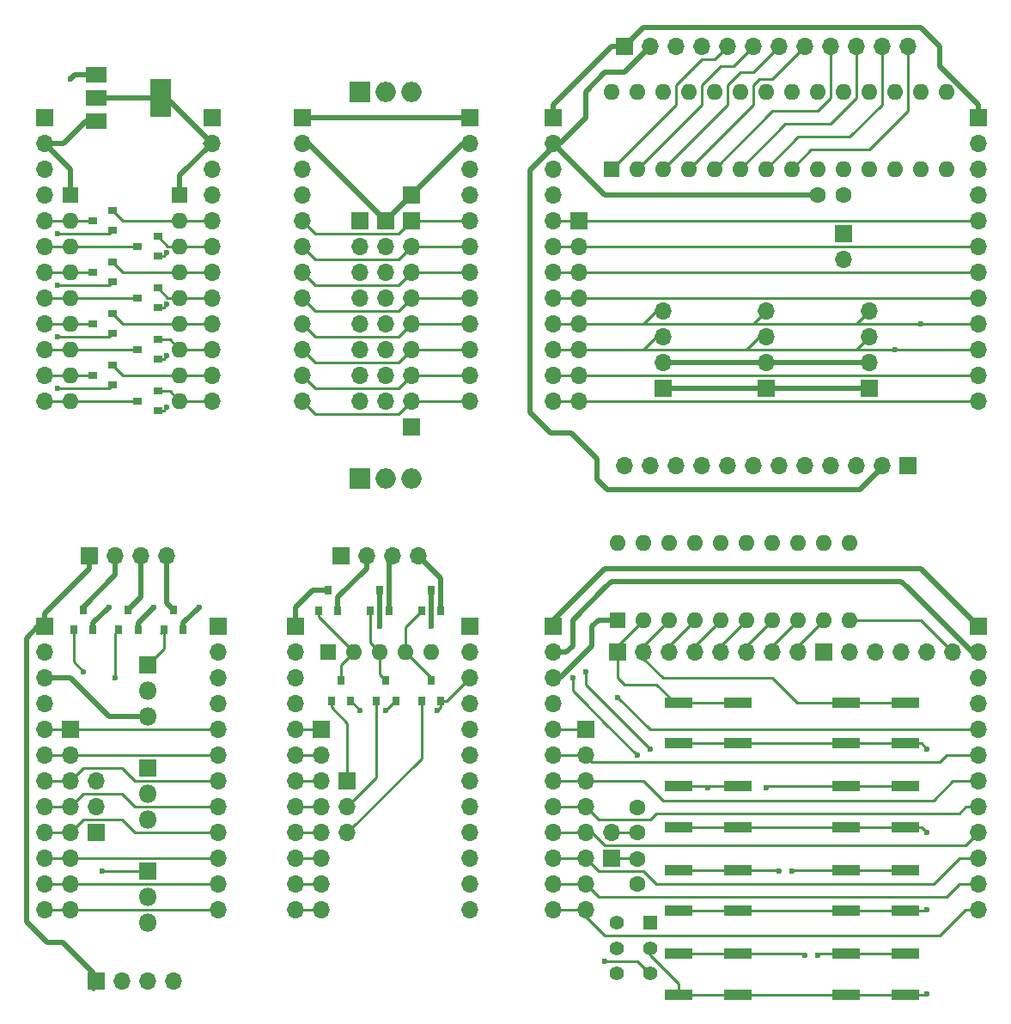
<source format=gbr>
G04 #@! TF.FileFunction,Copper,L1,Top,Signal*
%FSLAX46Y46*%
G04 Gerber Fmt 4.6, Leading zero omitted, Abs format (unit mm)*
G04 Created by KiCad (PCBNEW 4.0.7+dfsg1-1~bpo9+1) date Wed May  2 15:36:30 2018*
%MOMM*%
%LPD*%
G01*
G04 APERTURE LIST*
%ADD10C,0.100000*%
%ADD11R,1.700000X1.700000*%
%ADD12O,1.700000X1.700000*%
%ADD13R,1.600000X1.600000*%
%ADD14O,1.600000X1.600000*%
%ADD15C,1.600000*%
%ADD16R,2.750000X1.000000*%
%ADD17R,1.400000X1.400000*%
%ADD18C,1.400000*%
%ADD19R,2.000000X3.800000*%
%ADD20R,2.000000X1.500000*%
%ADD21R,0.900000X0.800000*%
%ADD22O,1.998980X1.998980*%
%ADD23R,1.998980X1.998980*%
%ADD24R,0.800000X0.900000*%
%ADD25R,1.800000X1.800000*%
%ADD26O,1.800000X1.800000*%
%ADD27C,0.600000*%
%ADD28C,0.500000*%
%ADD29C,0.250000*%
G04 APERTURE END LIST*
D10*
D11*
X135255000Y-86360000D03*
D12*
X137795000Y-86360000D03*
X140335000Y-86360000D03*
X142875000Y-86360000D03*
X145415000Y-86360000D03*
X147955000Y-86360000D03*
X150495000Y-86360000D03*
X153035000Y-86360000D03*
X155575000Y-86360000D03*
X158115000Y-86360000D03*
X160655000Y-86360000D03*
X163195000Y-86360000D03*
D13*
X133985000Y-98425000D03*
D14*
X167005000Y-90805000D03*
X136525000Y-98425000D03*
X164465000Y-90805000D03*
X139065000Y-98425000D03*
X161925000Y-90805000D03*
X141605000Y-98425000D03*
X159385000Y-90805000D03*
X144145000Y-98425000D03*
X156845000Y-90805000D03*
X146685000Y-98425000D03*
X154305000Y-90805000D03*
X149225000Y-98425000D03*
X151765000Y-90805000D03*
X151765000Y-98425000D03*
X149225000Y-90805000D03*
X154305000Y-98425000D03*
X146685000Y-90805000D03*
X156845000Y-98425000D03*
X144145000Y-90805000D03*
X159385000Y-98425000D03*
X141605000Y-90805000D03*
X161925000Y-98425000D03*
X139065000Y-90805000D03*
X164465000Y-98425000D03*
X136525000Y-90805000D03*
X167005000Y-98425000D03*
X133985000Y-90805000D03*
D11*
X163195000Y-127635000D03*
D12*
X160655000Y-127635000D03*
X158115000Y-127635000D03*
X155575000Y-127635000D03*
X153035000Y-127635000D03*
X150495000Y-127635000D03*
X147955000Y-127635000D03*
X145415000Y-127635000D03*
X142875000Y-127635000D03*
X140335000Y-127635000D03*
X137795000Y-127635000D03*
X135255000Y-127635000D03*
D11*
X130810000Y-103505000D03*
D12*
X130810000Y-106045000D03*
X130810000Y-108585000D03*
X130810000Y-111125000D03*
X130810000Y-113665000D03*
X130810000Y-116205000D03*
X130810000Y-118745000D03*
X130810000Y-121285000D03*
D11*
X159385000Y-120015000D03*
D12*
X159385000Y-117475000D03*
X159385000Y-114935000D03*
X159385000Y-112395000D03*
D11*
X170180000Y-93345000D03*
D12*
X170180000Y-95885000D03*
X170180000Y-98425000D03*
X170180000Y-100965000D03*
X170180000Y-103505000D03*
X170180000Y-106045000D03*
X170180000Y-108585000D03*
X170180000Y-111125000D03*
X170180000Y-113665000D03*
X170180000Y-116205000D03*
X170180000Y-118745000D03*
X170180000Y-121285000D03*
D11*
X128270000Y-93345000D03*
D12*
X128270000Y-95885000D03*
X128270000Y-98425000D03*
X128270000Y-100965000D03*
X128270000Y-103505000D03*
X128270000Y-106045000D03*
X128270000Y-108585000D03*
X128270000Y-111125000D03*
X128270000Y-113665000D03*
X128270000Y-116205000D03*
X128270000Y-118745000D03*
X128270000Y-121285000D03*
D15*
X156845000Y-100965000D03*
X154345000Y-100965000D03*
D11*
X156845000Y-104775000D03*
D12*
X156845000Y-107315000D03*
D11*
X139065000Y-120015000D03*
D12*
X139065000Y-117475000D03*
X139065000Y-114935000D03*
X139065000Y-112395000D03*
D11*
X149225000Y-120015000D03*
D12*
X149225000Y-117475000D03*
X149225000Y-114935000D03*
X149225000Y-112395000D03*
D13*
X134620000Y-142875000D03*
D14*
X157480000Y-135255000D03*
X137160000Y-142875000D03*
X154940000Y-135255000D03*
X139700000Y-142875000D03*
X152400000Y-135255000D03*
X142240000Y-142875000D03*
X149860000Y-135255000D03*
X144780000Y-142875000D03*
X147320000Y-135255000D03*
X147320000Y-142875000D03*
X144780000Y-135255000D03*
X149860000Y-142875000D03*
X142240000Y-135255000D03*
X152400000Y-142875000D03*
X139700000Y-135255000D03*
X154940000Y-142875000D03*
X137160000Y-135255000D03*
X157480000Y-142875000D03*
X134620000Y-135255000D03*
D11*
X128270000Y-143510000D03*
D12*
X128270000Y-146050000D03*
X128270000Y-148590000D03*
X128270000Y-151130000D03*
X128270000Y-153670000D03*
X128270000Y-156210000D03*
X128270000Y-158750000D03*
X128270000Y-161290000D03*
X128270000Y-163830000D03*
X128270000Y-166370000D03*
X128270000Y-168910000D03*
X128270000Y-171450000D03*
D11*
X170180000Y-143510000D03*
D12*
X170180000Y-146050000D03*
X170180000Y-148590000D03*
X170180000Y-151130000D03*
X170180000Y-153670000D03*
X170180000Y-156210000D03*
X170180000Y-158750000D03*
X170180000Y-161290000D03*
X170180000Y-163830000D03*
X170180000Y-166370000D03*
X170180000Y-168910000D03*
X170180000Y-171450000D03*
D11*
X131445000Y-153670000D03*
D12*
X131445000Y-156210000D03*
X131445000Y-158750000D03*
X131445000Y-161290000D03*
X131445000Y-163830000D03*
X131445000Y-166370000D03*
X131445000Y-168910000D03*
X131445000Y-171450000D03*
D11*
X133985000Y-166370000D03*
D12*
X133985000Y-163830000D03*
D11*
X134620000Y-146050000D03*
D12*
X137160000Y-146050000D03*
X139700000Y-146050000D03*
X142240000Y-146050000D03*
X144780000Y-146050000D03*
X147320000Y-146050000D03*
X149860000Y-146050000D03*
X152400000Y-146050000D03*
D11*
X154940000Y-146050000D03*
D12*
X157480000Y-146050000D03*
X160020000Y-146050000D03*
X162560000Y-146050000D03*
X165100000Y-146050000D03*
X167640000Y-146050000D03*
D16*
X162900000Y-151035000D03*
X157140000Y-151035000D03*
X157140000Y-155035000D03*
X162900000Y-155035000D03*
X146390000Y-151035000D03*
X140630000Y-151035000D03*
X140630000Y-155035000D03*
X146390000Y-155035000D03*
X146390000Y-159290000D03*
X140630000Y-159290000D03*
X140630000Y-163290000D03*
X146390000Y-163290000D03*
X162900000Y-159290000D03*
X157140000Y-159290000D03*
X157140000Y-163290000D03*
X162900000Y-163290000D03*
X146390000Y-167545000D03*
X140630000Y-167545000D03*
X140630000Y-171545000D03*
X146390000Y-171545000D03*
X162900000Y-167545000D03*
X157140000Y-167545000D03*
X157140000Y-171545000D03*
X162900000Y-171545000D03*
X146390000Y-175800000D03*
X140630000Y-175800000D03*
X140630000Y-179800000D03*
X146390000Y-179800000D03*
X162900000Y-175800000D03*
X157140000Y-175800000D03*
X157140000Y-179800000D03*
X162900000Y-179800000D03*
D15*
X136525000Y-168910000D03*
X136525000Y-166410000D03*
X136525000Y-163830000D03*
X136525000Y-161330000D03*
D17*
X137795000Y-172720000D03*
D18*
X137795000Y-175220000D03*
X137795000Y-177720000D03*
X134495000Y-172720000D03*
X134495000Y-175220000D03*
X134495000Y-177720000D03*
D11*
X78105000Y-93345000D03*
D12*
X78105000Y-95885000D03*
X78105000Y-98425000D03*
X78105000Y-100965000D03*
X78105000Y-103505000D03*
X78105000Y-106045000D03*
X78105000Y-108585000D03*
X78105000Y-111125000D03*
X78105000Y-113665000D03*
X78105000Y-116205000D03*
X78105000Y-118745000D03*
X78105000Y-121285000D03*
D11*
X94615000Y-93345000D03*
D12*
X94615000Y-95885000D03*
X94615000Y-98425000D03*
X94615000Y-100965000D03*
X94615000Y-103505000D03*
X94615000Y-106045000D03*
X94615000Y-108585000D03*
X94615000Y-111125000D03*
X94615000Y-113665000D03*
X94615000Y-116205000D03*
X94615000Y-118745000D03*
X94615000Y-121285000D03*
D19*
X89510000Y-91440000D03*
D20*
X83210000Y-91440000D03*
X83210000Y-93740000D03*
X83210000Y-89140000D03*
D13*
X91440000Y-100965000D03*
D14*
X91440000Y-103505000D03*
X91440000Y-106045000D03*
X91440000Y-108585000D03*
X91440000Y-111125000D03*
X91440000Y-113665000D03*
X91440000Y-116205000D03*
X91440000Y-118745000D03*
X91440000Y-121285000D03*
D21*
X84820000Y-104455000D03*
X84820000Y-102555000D03*
X82820000Y-103505000D03*
X89265000Y-106995000D03*
X89265000Y-105095000D03*
X87265000Y-106045000D03*
X84820000Y-109535000D03*
X84820000Y-107635000D03*
X82820000Y-108585000D03*
X89265000Y-112075000D03*
X89265000Y-110175000D03*
X87265000Y-111125000D03*
X84820000Y-114615000D03*
X84820000Y-112715000D03*
X82820000Y-113665000D03*
X89265000Y-117155000D03*
X89265000Y-115255000D03*
X87265000Y-116205000D03*
X84820000Y-119695000D03*
X84820000Y-117795000D03*
X82820000Y-118745000D03*
X89265000Y-122235000D03*
X89265000Y-120335000D03*
X87265000Y-121285000D03*
D11*
X114300000Y-103505000D03*
D12*
X114300000Y-106045000D03*
X114300000Y-108585000D03*
X114300000Y-111125000D03*
X114300000Y-113665000D03*
X114300000Y-116205000D03*
X114300000Y-118745000D03*
X114300000Y-121285000D03*
D11*
X109220000Y-103505000D03*
D12*
X109220000Y-106045000D03*
X109220000Y-108585000D03*
X109220000Y-111125000D03*
X109220000Y-113665000D03*
X109220000Y-116205000D03*
X109220000Y-118745000D03*
X109220000Y-121285000D03*
D11*
X111760000Y-103505000D03*
D12*
X111760000Y-106045000D03*
X111760000Y-108585000D03*
X111760000Y-111125000D03*
X111760000Y-113665000D03*
X111760000Y-116205000D03*
X111760000Y-118745000D03*
X111760000Y-121285000D03*
D11*
X103505000Y-93345000D03*
D12*
X103505000Y-95885000D03*
X103505000Y-98425000D03*
X103505000Y-100965000D03*
X103505000Y-103505000D03*
X103505000Y-106045000D03*
X103505000Y-108585000D03*
X103505000Y-111125000D03*
X103505000Y-113665000D03*
X103505000Y-116205000D03*
X103505000Y-118745000D03*
X103505000Y-121285000D03*
D11*
X120015000Y-93345000D03*
D12*
X120015000Y-95885000D03*
X120015000Y-98425000D03*
X120015000Y-100965000D03*
X120015000Y-103505000D03*
X120015000Y-106045000D03*
X120015000Y-108585000D03*
X120015000Y-111125000D03*
X120015000Y-113665000D03*
X120015000Y-116205000D03*
X120015000Y-118745000D03*
X120015000Y-121285000D03*
D13*
X80645000Y-100965000D03*
D14*
X80645000Y-103505000D03*
X80645000Y-106045000D03*
X80645000Y-108585000D03*
X80645000Y-111125000D03*
X80645000Y-113665000D03*
X80645000Y-116205000D03*
X80645000Y-118745000D03*
X80645000Y-121285000D03*
D22*
X114300000Y-128905000D03*
D23*
X109220000Y-128905000D03*
D22*
X111760000Y-128905000D03*
D11*
X114300000Y-123825000D03*
X114300000Y-100965000D03*
D22*
X114300000Y-90805000D03*
D23*
X109220000Y-90805000D03*
D22*
X111760000Y-90805000D03*
D24*
X105095000Y-141970000D03*
X106995000Y-141970000D03*
X106045000Y-139970000D03*
D11*
X83185000Y-163830000D03*
D12*
X83185000Y-161290000D03*
X83185000Y-158750000D03*
D11*
X78105000Y-143510000D03*
D12*
X78105000Y-146050000D03*
X78105000Y-148590000D03*
X78105000Y-151130000D03*
X78105000Y-153670000D03*
X78105000Y-156210000D03*
X78105000Y-158750000D03*
X78105000Y-161290000D03*
X78105000Y-163830000D03*
X78105000Y-166370000D03*
X78105000Y-168910000D03*
X78105000Y-171450000D03*
D11*
X102870000Y-143510000D03*
D12*
X102870000Y-146050000D03*
X102870000Y-148590000D03*
X102870000Y-151130000D03*
X102870000Y-153670000D03*
X102870000Y-156210000D03*
X102870000Y-158750000D03*
X102870000Y-161290000D03*
X102870000Y-163830000D03*
X102870000Y-166370000D03*
X102870000Y-168910000D03*
X102870000Y-171450000D03*
D11*
X95250000Y-143510000D03*
D12*
X95250000Y-146050000D03*
X95250000Y-148590000D03*
X95250000Y-151130000D03*
X95250000Y-153670000D03*
X95250000Y-156210000D03*
X95250000Y-158750000D03*
X95250000Y-161290000D03*
X95250000Y-163830000D03*
X95250000Y-166370000D03*
X95250000Y-168910000D03*
X95250000Y-171450000D03*
D11*
X120015000Y-143510000D03*
D12*
X120015000Y-146050000D03*
X120015000Y-148590000D03*
X120015000Y-151130000D03*
X120015000Y-153670000D03*
X120015000Y-156210000D03*
X120015000Y-158750000D03*
X120015000Y-161290000D03*
X120015000Y-163830000D03*
X120015000Y-166370000D03*
X120015000Y-168910000D03*
X120015000Y-171450000D03*
D11*
X82550000Y-136525000D03*
D12*
X85090000Y-136525000D03*
X87630000Y-136525000D03*
X90170000Y-136525000D03*
D11*
X80645000Y-153670000D03*
D12*
X80645000Y-156210000D03*
X80645000Y-158750000D03*
X80645000Y-161290000D03*
X80645000Y-163830000D03*
X80645000Y-166370000D03*
X80645000Y-168910000D03*
X80645000Y-171450000D03*
D24*
X89855000Y-143875000D03*
X91755000Y-143875000D03*
X90805000Y-141875000D03*
X85410000Y-143875000D03*
X87310000Y-143875000D03*
X86360000Y-141875000D03*
X80965000Y-143875000D03*
X82865000Y-143875000D03*
X81915000Y-141875000D03*
D25*
X88265000Y-147320000D03*
D26*
X88265000Y-149860000D03*
X88265000Y-152400000D03*
D25*
X88265000Y-157480000D03*
D26*
X88265000Y-160020000D03*
X88265000Y-162560000D03*
D25*
X88265000Y-167640000D03*
D26*
X88265000Y-170180000D03*
X88265000Y-172720000D03*
D11*
X83185000Y-178435000D03*
D12*
X85725000Y-178435000D03*
X88265000Y-178435000D03*
X90805000Y-178435000D03*
D11*
X105410000Y-153670000D03*
D12*
X105410000Y-156210000D03*
X105410000Y-158750000D03*
X105410000Y-161290000D03*
X105410000Y-163830000D03*
X105410000Y-166370000D03*
X105410000Y-168910000D03*
X105410000Y-171450000D03*
D11*
X107950000Y-158750000D03*
D12*
X107950000Y-161290000D03*
X107950000Y-163830000D03*
D11*
X107315000Y-136525000D03*
D12*
X109855000Y-136525000D03*
X112395000Y-136525000D03*
X114935000Y-136525000D03*
D24*
X110175000Y-141970000D03*
X112075000Y-141970000D03*
X111125000Y-139970000D03*
X115255000Y-141970000D03*
X117155000Y-141970000D03*
X116205000Y-139970000D03*
D13*
X106045000Y-146050000D03*
D14*
X108585000Y-146050000D03*
X111125000Y-146050000D03*
X113665000Y-146050000D03*
X116205000Y-146050000D03*
D24*
X106365000Y-150860000D03*
X108265000Y-150860000D03*
X107315000Y-148860000D03*
X110810000Y-150860000D03*
X112710000Y-150860000D03*
X111760000Y-148860000D03*
X115255000Y-150860000D03*
X117155000Y-150860000D03*
X116205000Y-148860000D03*
D27*
X144780000Y-139065000D03*
X164465000Y-113665000D03*
X161925000Y-116205000D03*
X85090000Y-148590000D03*
X150368000Y-128016000D03*
X80645000Y-89535000D03*
X93345000Y-141605000D03*
X88900000Y-141605000D03*
X84455000Y-141605000D03*
X81915000Y-147955000D03*
X83820000Y-167640000D03*
X143510000Y-159385000D03*
X149225000Y-159385000D03*
X150495000Y-167640000D03*
X151765000Y-167640000D03*
X153035000Y-175895000D03*
X154305000Y-175895000D03*
X165100000Y-155575000D03*
X165100000Y-163830000D03*
X165100000Y-171450000D03*
X165100000Y-179705000D03*
X134620000Y-150495000D03*
X131445000Y-147955000D03*
X137795000Y-155575000D03*
X133350000Y-176530000D03*
X130175000Y-148590000D03*
X136525000Y-156210000D03*
X90170000Y-106680000D03*
X90170000Y-111760000D03*
X90170000Y-116840000D03*
X90170000Y-121920000D03*
X79375000Y-104775000D03*
X79375000Y-109855000D03*
X79375000Y-114935000D03*
X79375000Y-120015000D03*
X116205000Y-143510000D03*
X111125000Y-143510000D03*
X111760000Y-151765000D03*
X116840000Y-151765000D03*
X109220000Y-151765000D03*
D28*
X135255000Y-86360000D02*
X137160000Y-84455000D01*
X170180000Y-92075000D02*
X170180000Y-93345000D01*
X166370000Y-88265000D02*
X170180000Y-92075000D01*
X166370000Y-86360000D02*
X166370000Y-88265000D01*
X164465000Y-84455000D02*
X166370000Y-86360000D01*
X137160000Y-84455000D02*
X164465000Y-84455000D01*
X128270000Y-93345000D02*
X128270000Y-92075000D01*
X133985000Y-86360000D02*
X135255000Y-86360000D01*
X128270000Y-92075000D02*
X133985000Y-86360000D01*
X128270000Y-143510000D02*
X128270000Y-142875000D01*
X128270000Y-142875000D02*
X133350000Y-137795000D01*
X164465000Y-137795000D02*
X170180000Y-143510000D01*
X133350000Y-137795000D02*
X164465000Y-137795000D01*
X78105000Y-143510000D02*
X78105000Y-142240000D01*
X82550000Y-137795000D02*
X82550000Y-136525000D01*
X78105000Y-142240000D02*
X82550000Y-137795000D01*
X78105000Y-143510000D02*
X77470000Y-143510000D01*
X77470000Y-143510000D02*
X76327000Y-144653000D01*
X76327000Y-144653000D02*
X76327000Y-172593000D01*
X76327000Y-172593000D02*
X78359000Y-174625000D01*
X78359000Y-174625000D02*
X79883000Y-174625000D01*
X79883000Y-174625000D02*
X82931000Y-177673000D01*
X82931000Y-177673000D02*
X82931000Y-179197000D01*
X159385000Y-117475000D02*
X158115000Y-117475000D01*
X158115000Y-117475000D02*
X156845000Y-117475000D01*
X149225000Y-117475000D02*
X156845000Y-117475000D01*
X139065000Y-117475000D02*
X156845000Y-117475000D01*
X154345000Y-100965000D02*
X133350000Y-100965000D01*
X133350000Y-100965000D02*
X128270000Y-95885000D01*
X128270000Y-95885000D02*
X128905000Y-95885000D01*
X128905000Y-95885000D02*
X131445000Y-93345000D01*
X135255000Y-88900000D02*
X137795000Y-86360000D01*
X133350000Y-88900000D02*
X135255000Y-88900000D01*
X131445000Y-90805000D02*
X133350000Y-88900000D01*
X131445000Y-93345000D02*
X131445000Y-90805000D01*
X128270000Y-95885000D02*
X128270000Y-96266000D01*
X128270000Y-96266000D02*
X125984000Y-98552000D01*
X158496000Y-130048000D02*
X160528000Y-128016000D01*
X133604000Y-130048000D02*
X158496000Y-130048000D01*
X132588000Y-129032000D02*
X133604000Y-130048000D01*
X132588000Y-127000000D02*
X132588000Y-129032000D01*
X125984000Y-98552000D02*
X125984000Y-122428000D01*
X130048000Y-124460000D02*
X132588000Y-127000000D01*
X128016000Y-124460000D02*
X130048000Y-124460000D01*
X125984000Y-122428000D02*
X128016000Y-124460000D01*
X144780000Y-139065000D02*
X162560000Y-139065000D01*
X162560000Y-139065000D02*
X163195000Y-139700000D01*
X133350000Y-139700000D02*
X133985000Y-139065000D01*
X133985000Y-139065000D02*
X144780000Y-139065000D01*
X130175000Y-144145000D02*
X130175000Y-142875000D01*
X130175000Y-142875000D02*
X133350000Y-139700000D01*
X170180000Y-146050000D02*
X169545000Y-146050000D01*
X169545000Y-146050000D02*
X163195000Y-139700000D01*
X130175000Y-144145000D02*
X130175000Y-145415000D01*
X130175000Y-145415000D02*
X129540000Y-146050000D01*
X129540000Y-146050000D02*
X128270000Y-146050000D01*
D29*
X148590000Y-103505000D02*
X170180000Y-103505000D01*
X130810000Y-103505000D02*
X148590000Y-103505000D01*
X130810000Y-103505000D02*
X128270000Y-103505000D01*
X82820000Y-103505000D02*
X80645000Y-103505000D01*
X81280000Y-103505000D02*
X78105000Y-103505000D01*
X78105000Y-103505000D02*
X78375000Y-103505000D01*
X78105000Y-103505000D02*
X78105000Y-103140000D01*
X80645000Y-153670000D02*
X95250000Y-153670000D01*
X78105000Y-153670000D02*
X80645000Y-153670000D01*
X170180000Y-106045000D02*
X128270000Y-106045000D01*
X128270000Y-106045000D02*
X130810000Y-106045000D01*
X80645000Y-106045000D02*
X87265000Y-106045000D01*
X78105000Y-106045000D02*
X81280000Y-106045000D01*
X80645000Y-156210000D02*
X95250000Y-156210000D01*
X78105000Y-156210000D02*
X80645000Y-156210000D01*
X170180000Y-108585000D02*
X128270000Y-108585000D01*
X128270000Y-108585000D02*
X130810000Y-108585000D01*
X80645000Y-108585000D02*
X82820000Y-108585000D01*
X81280000Y-108585000D02*
X78105000Y-108585000D01*
X95250000Y-158750000D02*
X86995000Y-158750000D01*
X86995000Y-158750000D02*
X85725000Y-157480000D01*
X80645000Y-158750000D02*
X81915000Y-157480000D01*
X81915000Y-157480000D02*
X85725000Y-157480000D01*
X78105000Y-158750000D02*
X80645000Y-158750000D01*
X128270000Y-111125000D02*
X170180000Y-111125000D01*
X128270000Y-111125000D02*
X130810000Y-111125000D01*
X80645000Y-111125000D02*
X87265000Y-111125000D01*
X78105000Y-111125000D02*
X81280000Y-111125000D01*
X78105000Y-111125000D02*
X78740000Y-111125000D01*
X95250000Y-161290000D02*
X86995000Y-161290000D01*
X86995000Y-161290000D02*
X85725000Y-160020000D01*
X80645000Y-161290000D02*
X81915000Y-160020000D01*
X81915000Y-160020000D02*
X85725000Y-160020000D01*
X78105000Y-161290000D02*
X80645000Y-161290000D01*
X159385000Y-112395000D02*
X158115000Y-113665000D01*
X149225000Y-112395000D02*
X147955000Y-113665000D01*
X147955000Y-113665000D02*
X147320000Y-113665000D01*
X139065000Y-112395000D02*
X138430000Y-112395000D01*
X138430000Y-112395000D02*
X137160000Y-113665000D01*
X170180000Y-113665000D02*
X164465000Y-113665000D01*
X164465000Y-113665000D02*
X158115000Y-113665000D01*
X158115000Y-113665000D02*
X156210000Y-113665000D01*
X156210000Y-113665000D02*
X155575000Y-113665000D01*
X155575000Y-113665000D02*
X147320000Y-113665000D01*
X147320000Y-113665000D02*
X137160000Y-113665000D01*
X170180000Y-113665000D02*
X137160000Y-113665000D01*
X128270000Y-113665000D02*
X130810000Y-113665000D01*
X128270000Y-113665000D02*
X137160000Y-113665000D01*
X80645000Y-113665000D02*
X82820000Y-113665000D01*
X81280000Y-113665000D02*
X78105000Y-113665000D01*
X78105000Y-113665000D02*
X78740000Y-113665000D01*
X95250000Y-163830000D02*
X86995000Y-163830000D01*
X86995000Y-163830000D02*
X85725000Y-162560000D01*
X80645000Y-163830000D02*
X81915000Y-162560000D01*
X81915000Y-162560000D02*
X85725000Y-162560000D01*
X78105000Y-163830000D02*
X80645000Y-163830000D01*
X159385000Y-114935000D02*
X158115000Y-116205000D01*
X149225000Y-114935000D02*
X148590000Y-114935000D01*
X148590000Y-114935000D02*
X147320000Y-116205000D01*
X139065000Y-114935000D02*
X138430000Y-114935000D01*
X138430000Y-114935000D02*
X137160000Y-116205000D01*
X137160000Y-116205000D02*
X137795000Y-116205000D01*
X128270000Y-116205000D02*
X137795000Y-116205000D01*
X137795000Y-116205000D02*
X147320000Y-116205000D01*
X147320000Y-116205000D02*
X155575000Y-116205000D01*
X155575000Y-116205000D02*
X156210000Y-116205000D01*
X156210000Y-116205000D02*
X158115000Y-116205000D01*
X158115000Y-116205000D02*
X161925000Y-116205000D01*
X161925000Y-116205000D02*
X170180000Y-116205000D01*
X128270000Y-116205000D02*
X130810000Y-116205000D01*
X80645000Y-116205000D02*
X87265000Y-116205000D01*
X78105000Y-116205000D02*
X81280000Y-116205000D01*
X95250000Y-166370000D02*
X80645000Y-166370000D01*
X78105000Y-166370000D02*
X80645000Y-166370000D01*
X170180000Y-118745000D02*
X128270000Y-118745000D01*
X128270000Y-118745000D02*
X130810000Y-118745000D01*
X128270000Y-118745000D02*
X128905000Y-118745000D01*
X80645000Y-118745000D02*
X82820000Y-118745000D01*
X81280000Y-118745000D02*
X78105000Y-118745000D01*
X78740000Y-118745000D02*
X78105000Y-118745000D01*
X95250000Y-168910000D02*
X80645000Y-168910000D01*
X78105000Y-168910000D02*
X80645000Y-168910000D01*
X128270000Y-121285000D02*
X170180000Y-121285000D01*
X128270000Y-121285000D02*
X130810000Y-121285000D01*
X80645000Y-121285000D02*
X87265000Y-121285000D01*
X78105000Y-121285000D02*
X81280000Y-121285000D01*
X78105000Y-121285000D02*
X78740000Y-121285000D01*
X95250000Y-171450000D02*
X80645000Y-171450000D01*
X78105000Y-171450000D02*
X80645000Y-171450000D01*
D28*
X81915000Y-141875000D02*
X81915000Y-141605000D01*
X81915000Y-141605000D02*
X85090000Y-138430000D01*
X85090000Y-138430000D02*
X85090000Y-136525000D01*
D29*
X137160000Y-146050000D02*
X137160000Y-146685000D01*
X137160000Y-146685000D02*
X139065000Y-148590000D01*
X152305000Y-151035000D02*
X157140000Y-151035000D01*
X149860000Y-148590000D02*
X152305000Y-151035000D01*
X139065000Y-148590000D02*
X149860000Y-148590000D01*
X137160000Y-146050000D02*
X137160000Y-145415000D01*
X137160000Y-145415000D02*
X139700000Y-142875000D01*
X157140000Y-151035000D02*
X162900000Y-151035000D01*
X157140000Y-151035000D02*
X156940000Y-151035000D01*
X85090000Y-148590000D02*
X85090000Y-144145000D01*
X85090000Y-144145000D02*
X85360000Y-143875000D01*
X85360000Y-143875000D02*
X85410000Y-143875000D01*
D28*
X159385000Y-120015000D02*
X158115000Y-120015000D01*
X158115000Y-120015000D02*
X156845000Y-120015000D01*
X156845000Y-120015000D02*
X149225000Y-120015000D01*
X156845000Y-120015000D02*
X139065000Y-120015000D01*
D29*
X158115000Y-96520000D02*
X159385000Y-96520000D01*
X163195000Y-92710000D02*
X163195000Y-91440000D01*
X159385000Y-96520000D02*
X163195000Y-92710000D01*
X163195000Y-86360000D02*
X163195000Y-91440000D01*
X153670000Y-96520000D02*
X151765000Y-98425000D01*
X158115000Y-96520000D02*
X153670000Y-96520000D01*
X156845000Y-95250000D02*
X157480000Y-95250000D01*
X160655000Y-92075000D02*
X160655000Y-91440000D01*
X157480000Y-95250000D02*
X160655000Y-92075000D01*
X160655000Y-86360000D02*
X160655000Y-91440000D01*
X152400000Y-95250000D02*
X149225000Y-98425000D01*
X156845000Y-95250000D02*
X152400000Y-95250000D01*
X158115000Y-91440000D02*
X155575000Y-93980000D01*
X158115000Y-86360000D02*
X158115000Y-91440000D01*
X151130000Y-93980000D02*
X146685000Y-98425000D01*
X155575000Y-93980000D02*
X151130000Y-93980000D01*
X155575000Y-86360000D02*
X155575000Y-91440000D01*
X149860000Y-92710000D02*
X144145000Y-98425000D01*
X154305000Y-92710000D02*
X149860000Y-92710000D01*
X155575000Y-91440000D02*
X154305000Y-92710000D01*
X141605000Y-98425000D02*
X147955000Y-92075000D01*
X149860000Y-89535000D02*
X153035000Y-86360000D01*
X148590000Y-89535000D02*
X149860000Y-89535000D01*
X147955000Y-90170000D02*
X148590000Y-89535000D01*
X147955000Y-92075000D02*
X147955000Y-90170000D01*
X139065000Y-98425000D02*
X145415000Y-92075000D01*
X147955000Y-88900000D02*
X150495000Y-86360000D01*
X146685000Y-88900000D02*
X147955000Y-88900000D01*
X145415000Y-90170000D02*
X146685000Y-88900000D01*
X145415000Y-92075000D02*
X145415000Y-90170000D01*
X147955000Y-86360000D02*
X146050000Y-88265000D01*
X142875000Y-92075000D02*
X136525000Y-98425000D01*
X142875000Y-90170000D02*
X142875000Y-92075000D01*
X144780000Y-88265000D02*
X142875000Y-90170000D01*
X146050000Y-88265000D02*
X144780000Y-88265000D01*
X133985000Y-98425000D02*
X140335000Y-92075000D01*
X144145000Y-87630000D02*
X145415000Y-86360000D01*
X142875000Y-87630000D02*
X144145000Y-87630000D01*
X140335000Y-90170000D02*
X142875000Y-87630000D01*
X140335000Y-92075000D02*
X140335000Y-90170000D01*
D28*
X128270000Y-148590000D02*
X128905000Y-148590000D01*
X128905000Y-148590000D02*
X132080000Y-145415000D01*
X132715000Y-142875000D02*
X134620000Y-142875000D01*
X132080000Y-143510000D02*
X132715000Y-142875000D01*
X132080000Y-145415000D02*
X132080000Y-143510000D01*
X83210000Y-89140000D02*
X81040000Y-89140000D01*
X81040000Y-89140000D02*
X80645000Y-89535000D01*
X78105000Y-148590000D02*
X80645000Y-148590000D01*
X84455000Y-152400000D02*
X88265000Y-152400000D01*
X80645000Y-148590000D02*
X84455000Y-152400000D01*
X91755000Y-143875000D02*
X91755000Y-143195000D01*
X91755000Y-143195000D02*
X93345000Y-141605000D01*
X87310000Y-143875000D02*
X87310000Y-143195000D01*
X87310000Y-143195000D02*
X88900000Y-141605000D01*
X82865000Y-143875000D02*
X82865000Y-143195000D01*
X82865000Y-143195000D02*
X84455000Y-141605000D01*
D29*
X140630000Y-151035000D02*
X140240000Y-151035000D01*
X140240000Y-151035000D02*
X138430000Y-149225000D01*
X134620000Y-148590000D02*
X134620000Y-146050000D01*
X135255000Y-149225000D02*
X134620000Y-148590000D01*
X138430000Y-149225000D02*
X135255000Y-149225000D01*
X140630000Y-151035000D02*
X146390000Y-151035000D01*
X134620000Y-146050000D02*
X134620000Y-145415000D01*
X134620000Y-145415000D02*
X137160000Y-142875000D01*
X140630000Y-151035000D02*
X140630000Y-150790000D01*
X80965000Y-147005000D02*
X80965000Y-143875000D01*
X81915000Y-147955000D02*
X80965000Y-147005000D01*
X83820000Y-167640000D02*
X88265000Y-167640000D01*
X143510000Y-159385000D02*
X143510000Y-159290000D01*
X143510000Y-159290000D02*
X143510000Y-159385000D01*
X143510000Y-159385000D02*
X143510000Y-159290000D01*
X139700000Y-146050000D02*
X139700000Y-145415000D01*
X139700000Y-145415000D02*
X142240000Y-142875000D01*
X140630000Y-159290000D02*
X143510000Y-159290000D01*
X143510000Y-159290000D02*
X146390000Y-159290000D01*
X140630000Y-159290000D02*
X141700000Y-159290000D01*
X89855000Y-143875000D02*
X89855000Y-145730000D01*
X89855000Y-145730000D02*
X88265000Y-147320000D01*
X89535000Y-144195000D02*
X89855000Y-143875000D01*
X149320000Y-159290000D02*
X157140000Y-159290000D01*
X149225000Y-159385000D02*
X149320000Y-159290000D01*
X142240000Y-146050000D02*
X142240000Y-145415000D01*
X142240000Y-145415000D02*
X144780000Y-142875000D01*
X157140000Y-159290000D02*
X162900000Y-159290000D01*
X150400000Y-167545000D02*
X146390000Y-167545000D01*
X150495000Y-167640000D02*
X150400000Y-167545000D01*
X144780000Y-146050000D02*
X144780000Y-145415000D01*
X144780000Y-145415000D02*
X147320000Y-142875000D01*
X140630000Y-167545000D02*
X146390000Y-167545000D01*
X151860000Y-167545000D02*
X157140000Y-167545000D01*
X151765000Y-167640000D02*
X151860000Y-167545000D01*
X147320000Y-146050000D02*
X147320000Y-145415000D01*
X147320000Y-145415000D02*
X149860000Y-142875000D01*
X157140000Y-167545000D02*
X162900000Y-167545000D01*
X152940000Y-175800000D02*
X146390000Y-175800000D01*
X153035000Y-175895000D02*
X152940000Y-175800000D01*
X149860000Y-146050000D02*
X149860000Y-145415000D01*
X149860000Y-145415000D02*
X152400000Y-142875000D01*
X140630000Y-175800000D02*
X146390000Y-175800000D01*
X154400000Y-175800000D02*
X157140000Y-175800000D01*
X154305000Y-175895000D02*
X154400000Y-175800000D01*
X152400000Y-146050000D02*
X152400000Y-145415000D01*
X152400000Y-145415000D02*
X154940000Y-142875000D01*
X162900000Y-175800000D02*
X157140000Y-175800000D01*
X157480000Y-142875000D02*
X164465000Y-142875000D01*
X164465000Y-142875000D02*
X167640000Y-146050000D01*
X137795000Y-175220000D02*
X137795000Y-175895000D01*
X137795000Y-175895000D02*
X140630000Y-178730000D01*
X140630000Y-178730000D02*
X140630000Y-179800000D01*
X164560000Y-155035000D02*
X162900000Y-155035000D01*
X165100000Y-155575000D02*
X164560000Y-155035000D01*
X164560000Y-163290000D02*
X162900000Y-163290000D01*
X165100000Y-163830000D02*
X164560000Y-163290000D01*
X162900000Y-179800000D02*
X165005000Y-179800000D01*
X165005000Y-171545000D02*
X162900000Y-171545000D01*
X165100000Y-171450000D02*
X165005000Y-171545000D01*
X165005000Y-179800000D02*
X165100000Y-179705000D01*
X146390000Y-155035000D02*
X140630000Y-155035000D01*
X157140000Y-155035000D02*
X146390000Y-155035000D01*
X146390000Y-163290000D02*
X157140000Y-163290000D01*
X157140000Y-171545000D02*
X146390000Y-171545000D01*
X146390000Y-179800000D02*
X157140000Y-179800000D01*
X140630000Y-163290000D02*
X146390000Y-163290000D01*
X140630000Y-171545000D02*
X146390000Y-171545000D01*
X146390000Y-179800000D02*
X140630000Y-179800000D01*
X157140000Y-179800000D02*
X162900000Y-179800000D01*
X162900000Y-171545000D02*
X157140000Y-171545000D01*
X157140000Y-155035000D02*
X162900000Y-155035000D01*
X162900000Y-163290000D02*
X157140000Y-163290000D01*
X133985000Y-166370000D02*
X136485000Y-166370000D01*
X136485000Y-166370000D02*
X136525000Y-166410000D01*
X134025000Y-166410000D02*
X133985000Y-166370000D01*
X136525000Y-163830000D02*
X133985000Y-163830000D01*
X136525000Y-163830000D02*
X136652000Y-163957000D01*
X139700000Y-153670000D02*
X137795000Y-153670000D01*
X170180000Y-153670000D02*
X140335000Y-153670000D01*
X140335000Y-153670000D02*
X139700000Y-153670000D01*
X137795000Y-153670000D02*
X134620000Y-150495000D01*
X131445000Y-153670000D02*
X131445000Y-153035000D01*
X128270000Y-153670000D02*
X131445000Y-153670000D01*
X114300000Y-103505000D02*
X120015000Y-103505000D01*
X114300000Y-103505000D02*
X113030000Y-104775000D01*
X104775000Y-104775000D02*
X103505000Y-103505000D01*
X113030000Y-104775000D02*
X104775000Y-104775000D01*
X139065000Y-156845000D02*
X132080000Y-156845000D01*
X131445000Y-156210000D02*
X132080000Y-156845000D01*
X170180000Y-156210000D02*
X167005000Y-156210000D01*
X167005000Y-156210000D02*
X166370000Y-156845000D01*
X166370000Y-156845000D02*
X139065000Y-156845000D01*
X128270000Y-156210000D02*
X131445000Y-156210000D01*
X120015000Y-106045000D02*
X114300000Y-106045000D01*
X114300000Y-106045000D02*
X113030000Y-107315000D01*
X104775000Y-107315000D02*
X103505000Y-106045000D01*
X113030000Y-107315000D02*
X104775000Y-107315000D01*
X131445000Y-158750000D02*
X137160000Y-158750000D01*
X137160000Y-158750000D02*
X139065000Y-160655000D01*
X167640000Y-158750000D02*
X170180000Y-158750000D01*
X165735000Y-160655000D02*
X167640000Y-158750000D01*
X139065000Y-160655000D02*
X165735000Y-160655000D01*
X128270000Y-158750000D02*
X131445000Y-158750000D01*
X114300000Y-108585000D02*
X120015000Y-108585000D01*
X114300000Y-108585000D02*
X113030000Y-109855000D01*
X104775000Y-109855000D02*
X103505000Y-108585000D01*
X113030000Y-109855000D02*
X104775000Y-109855000D01*
X131445000Y-161290000D02*
X132715000Y-162560000D01*
X137795000Y-162560000D02*
X138430000Y-161925000D01*
X132715000Y-162560000D02*
X137795000Y-162560000D01*
X170180000Y-161290000D02*
X168910000Y-161290000D01*
X168910000Y-161290000D02*
X168275000Y-161925000D01*
X168275000Y-161925000D02*
X138430000Y-161925000D01*
X128270000Y-161290000D02*
X131445000Y-161290000D01*
X120015000Y-111125000D02*
X114300000Y-111125000D01*
X114300000Y-111125000D02*
X113030000Y-112395000D01*
X104775000Y-112395000D02*
X103505000Y-111125000D01*
X113030000Y-112395000D02*
X104775000Y-112395000D01*
X131445000Y-163830000D02*
X132080000Y-163830000D01*
X132080000Y-163830000D02*
X133350000Y-165100000D01*
X168910000Y-165100000D02*
X170180000Y-163830000D01*
X133350000Y-165100000D02*
X168910000Y-165100000D01*
X128270000Y-163830000D02*
X131445000Y-163830000D01*
X138430000Y-168910000D02*
X137160000Y-167640000D01*
X137160000Y-167640000D02*
X132715000Y-167640000D01*
X131445000Y-166370000D02*
X132715000Y-167640000D01*
X170180000Y-166370000D02*
X168275000Y-166370000D01*
X168275000Y-166370000D02*
X165735000Y-168910000D01*
X165735000Y-168910000D02*
X138430000Y-168910000D01*
X128270000Y-166370000D02*
X131445000Y-166370000D01*
X131445000Y-168910000D02*
X132715000Y-170180000D01*
X132715000Y-170180000D02*
X133985000Y-170180000D01*
X168275000Y-168910000D02*
X170180000Y-168910000D01*
X133985000Y-170180000D02*
X167005000Y-170180000D01*
X167005000Y-170180000D02*
X168275000Y-168910000D01*
X128270000Y-168910000D02*
X131445000Y-168910000D01*
X114300000Y-118745000D02*
X120015000Y-118745000D01*
X114300000Y-118745000D02*
X113030000Y-120015000D01*
X104775000Y-120015000D02*
X103505000Y-118745000D01*
X113030000Y-120015000D02*
X104775000Y-120015000D01*
X134620000Y-173990000D02*
X133350000Y-173990000D01*
X133350000Y-173990000D02*
X131445000Y-172085000D01*
X131445000Y-172085000D02*
X131445000Y-171450000D01*
X170180000Y-171450000D02*
X168910000Y-171450000D01*
X166370000Y-173990000D02*
X134620000Y-173990000D01*
X168910000Y-171450000D02*
X166370000Y-173990000D01*
X132080000Y-171450000D02*
X131445000Y-171450000D01*
X131445000Y-171450000D02*
X128270000Y-171450000D01*
X120015000Y-121285000D02*
X114300000Y-121285000D01*
X114300000Y-121285000D02*
X113030000Y-122555000D01*
X104775000Y-122555000D02*
X103505000Y-121285000D01*
X113030000Y-122555000D02*
X104775000Y-122555000D01*
X131445000Y-149225000D02*
X131445000Y-147955000D01*
X132715000Y-150495000D02*
X131445000Y-149225000D01*
X134620000Y-152400000D02*
X132715000Y-150495000D01*
X134620000Y-152400000D02*
X137795000Y-155575000D01*
X133350000Y-176530000D02*
X136525000Y-176530000D01*
X136525000Y-176530000D02*
X137715000Y-177720000D01*
X137715000Y-177720000D02*
X137795000Y-177720000D01*
X130175000Y-149225000D02*
X130175000Y-148590000D01*
X131445000Y-151130000D02*
X130175000Y-149860000D01*
X130175000Y-149860000D02*
X130175000Y-149225000D01*
X133350000Y-153035000D02*
X131445000Y-151130000D01*
X136525000Y-156210000D02*
X133350000Y-153035000D01*
X91440000Y-103505000D02*
X85770000Y-103505000D01*
X85770000Y-103505000D02*
X84820000Y-102555000D01*
X91440000Y-103505000D02*
X94615000Y-103505000D01*
X91440000Y-106045000D02*
X90215000Y-106045000D01*
X90215000Y-106045000D02*
X89265000Y-105095000D01*
X91440000Y-106045000D02*
X94615000Y-106045000D01*
X91440000Y-108585000D02*
X85770000Y-108585000D01*
X85770000Y-108585000D02*
X84820000Y-107635000D01*
X94615000Y-108585000D02*
X91440000Y-108585000D01*
X91440000Y-111125000D02*
X90215000Y-111125000D01*
X90215000Y-111125000D02*
X89265000Y-110175000D01*
X91440000Y-111125000D02*
X94615000Y-111125000D01*
X91440000Y-113665000D02*
X85770000Y-113665000D01*
X85770000Y-113665000D02*
X84820000Y-112715000D01*
X94615000Y-113665000D02*
X91440000Y-113665000D01*
X89265000Y-115255000D02*
X90490000Y-115255000D01*
X90490000Y-115255000D02*
X91440000Y-116205000D01*
X91440000Y-116205000D02*
X94615000Y-116205000D01*
X91440000Y-118745000D02*
X85770000Y-118745000D01*
X85770000Y-118745000D02*
X84820000Y-117795000D01*
X94615000Y-118745000D02*
X91440000Y-118745000D01*
X89265000Y-120335000D02*
X90490000Y-120335000D01*
X90490000Y-120335000D02*
X91440000Y-121285000D01*
X91440000Y-121285000D02*
X94615000Y-121285000D01*
X89265000Y-106995000D02*
X89855000Y-106995000D01*
X89855000Y-106995000D02*
X90170000Y-106680000D01*
X89265000Y-112075000D02*
X89855000Y-112075000D01*
X89855000Y-112075000D02*
X90170000Y-111760000D01*
X89265000Y-117155000D02*
X89855000Y-117155000D01*
X89855000Y-117155000D02*
X90170000Y-116840000D01*
X89855000Y-122235000D02*
X89265000Y-122235000D01*
X90170000Y-121920000D02*
X89855000Y-122235000D01*
X79375000Y-104775000D02*
X84455000Y-104775000D01*
X84455000Y-104775000D02*
X84775000Y-104455000D01*
X84775000Y-104455000D02*
X84820000Y-104455000D01*
X79375000Y-109855000D02*
X84455000Y-109855000D01*
X84455000Y-109855000D02*
X84775000Y-109535000D01*
X84775000Y-109535000D02*
X84820000Y-109535000D01*
X79375000Y-114935000D02*
X84455000Y-114935000D01*
X84455000Y-114935000D02*
X84775000Y-114615000D01*
X84775000Y-114615000D02*
X84820000Y-114615000D01*
X79375000Y-120015000D02*
X84455000Y-120015000D01*
X84455000Y-120015000D02*
X84775000Y-119695000D01*
X84775000Y-119695000D02*
X84820000Y-119695000D01*
D28*
X80645000Y-100965000D02*
X80645000Y-98425000D01*
X80645000Y-98425000D02*
X78105000Y-95885000D01*
X83210000Y-93740000D02*
X82155000Y-93740000D01*
X82155000Y-93740000D02*
X80010000Y-95885000D01*
X78105000Y-95885000D02*
X80010000Y-95885000D01*
X83210000Y-91440000D02*
X89510000Y-91440000D01*
X89510000Y-91440000D02*
X90170000Y-91440000D01*
X90170000Y-91440000D02*
X94615000Y-95885000D01*
X91440000Y-100965000D02*
X91440000Y-99060000D01*
X91440000Y-99060000D02*
X94615000Y-95885000D01*
X94615000Y-95885000D02*
X93980000Y-95885000D01*
D29*
X114300000Y-113665000D02*
X120015000Y-113665000D01*
X114300000Y-113665000D02*
X113030000Y-114935000D01*
X104775000Y-114935000D02*
X103505000Y-113665000D01*
X113030000Y-114935000D02*
X104775000Y-114935000D01*
X120015000Y-116205000D02*
X114300000Y-116205000D01*
X114300000Y-116205000D02*
X113030000Y-117475000D01*
X104775000Y-117475000D02*
X103505000Y-116205000D01*
X113030000Y-117475000D02*
X104775000Y-117475000D01*
D28*
X103505000Y-93345000D02*
X120015000Y-93345000D01*
X111760000Y-103505000D02*
X119380000Y-95885000D01*
X103505000Y-95885000D02*
X104140000Y-95885000D01*
X104140000Y-95885000D02*
X111760000Y-103505000D01*
D29*
X105410000Y-153670000D02*
X106045000Y-153670000D01*
X102870000Y-153670000D02*
X105410000Y-153670000D01*
X102870000Y-156210000D02*
X105410000Y-156210000D01*
X102870000Y-158750000D02*
X105410000Y-158750000D01*
X102870000Y-161290000D02*
X105410000Y-161290000D01*
X102870000Y-163830000D02*
X105410000Y-163830000D01*
X102870000Y-166370000D02*
X105410000Y-166370000D01*
X102870000Y-168910000D02*
X105410000Y-168910000D01*
X105410000Y-171450000D02*
X106045000Y-171450000D01*
X105410000Y-171450000D02*
X102870000Y-171450000D01*
D28*
X106045000Y-139970000D02*
X104505000Y-139970000D01*
X102870000Y-141605000D02*
X102870000Y-143510000D01*
X104505000Y-139970000D02*
X102870000Y-141605000D01*
X116205000Y-139970000D02*
X116205000Y-143510000D01*
X111125000Y-139970000D02*
X111125000Y-143510000D01*
D29*
X112710000Y-150860000D02*
X112665000Y-150860000D01*
X112665000Y-150860000D02*
X111760000Y-151765000D01*
X117155000Y-150860000D02*
X117155000Y-151450000D01*
X117155000Y-151450000D02*
X116840000Y-151765000D01*
X117155000Y-150860000D02*
X117745000Y-150860000D01*
X117745000Y-150860000D02*
X120015000Y-148590000D01*
X112710000Y-150860000D02*
X112760000Y-150860000D01*
X108265000Y-150860000D02*
X108315000Y-150860000D01*
X108315000Y-150860000D02*
X109220000Y-151765000D01*
D28*
X87630000Y-136525000D02*
X87630000Y-140605000D01*
X87630000Y-140605000D02*
X86360000Y-141875000D01*
X90170000Y-136525000D02*
X90170000Y-141240000D01*
X90170000Y-141240000D02*
X90805000Y-141875000D01*
X106995000Y-141970000D02*
X106995000Y-140655000D01*
X109855000Y-137795000D02*
X109855000Y-136525000D01*
X106995000Y-140655000D02*
X109855000Y-137795000D01*
X112075000Y-141970000D02*
X112075000Y-136845000D01*
X112075000Y-136845000D02*
X112395000Y-136525000D01*
X117155000Y-141970000D02*
X117155000Y-138745000D01*
X117155000Y-138745000D02*
X114935000Y-136525000D01*
D29*
X107950000Y-153035000D02*
X107950000Y-158750000D01*
X106365000Y-151450000D02*
X107950000Y-153035000D01*
X106365000Y-150860000D02*
X106365000Y-151450000D01*
X110810000Y-158430000D02*
X107950000Y-161290000D01*
X110810000Y-150860000D02*
X110810000Y-158430000D01*
X115255000Y-150860000D02*
X115255000Y-156525000D01*
X115255000Y-156525000D02*
X107950000Y-163830000D01*
X105095000Y-141970000D02*
X105095000Y-142560000D01*
X105095000Y-142560000D02*
X108585000Y-146050000D01*
X107315000Y-148860000D02*
X107315000Y-147320000D01*
X107315000Y-147320000D02*
X108585000Y-146050000D01*
X111125000Y-146050000D02*
X111125000Y-148225000D01*
X111125000Y-148225000D02*
X111760000Y-148860000D01*
X110175000Y-141970000D02*
X110175000Y-145100000D01*
X110175000Y-145100000D02*
X111125000Y-146050000D01*
X116205000Y-148860000D02*
X116205000Y-148590000D01*
X116205000Y-148590000D02*
X113665000Y-146050000D01*
X113665000Y-146050000D02*
X113665000Y-143560000D01*
X113665000Y-143560000D02*
X115255000Y-141970000D01*
M02*

</source>
